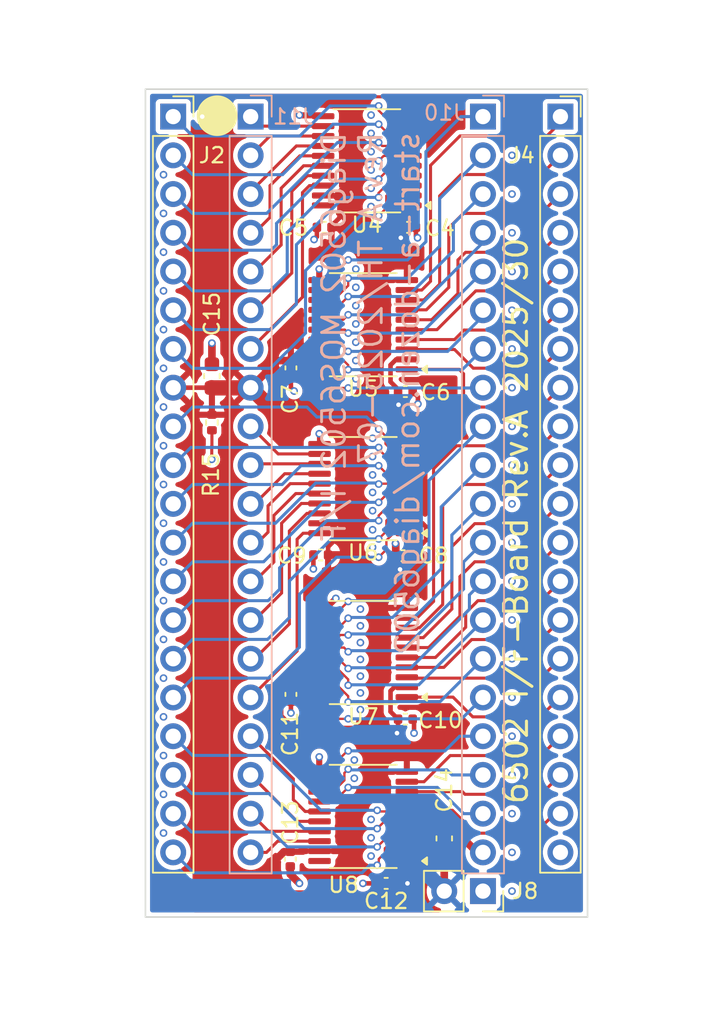
<source format=kicad_pcb>
(kicad_pcb (version 20241229) (generator "pcbnew") (generator_version "9.0")
  (layers (0 "F.Cu" signal) (4 "In1.Cu" signal) (6 "In2.Cu" signal) (2 "B.Cu" signal) (13 "F.Paste" user) (15 "B.Paste" user) (5 "F.SilkS" user "F.Silkscreen") (7 "B.SilkS" user "B.Silkscreen") (1 "F.Mask" user) (3 "B.Mask" user) (25 "Edge.Cuts" user))
  (net 0 "")
  (net 1 "/Level Shifters & CPU Interface/PIN_5")
  (net 2 "/Level Shifters & CPU Interface/PIN_17")
  (net 3 "/Level Shifters & CPU Interface/PIN_10")
  (net 4 "/Level Shifters & CPU Interface/PIN_37")
  (net 5 "/Level Shifters & CPU Interface/PIN_28")
  (net 6 "/Level Shifters & CPU Interface/PIN_16")
  (net 7 "/Level Shifters & CPU Interface/PIN_7")
  (net 8 "/Level Shifters & CPU Interface/PIN_26")
  (net 9 "/Level Shifters & CPU Interface/PIN_22")
  (net 10 "/Level Shifters & CPU Interface/PIN_18")
  (net 11 "/Level Shifters & CPU Interface/PIN_34")
  (net 12 "/Level Shifters & CPU Interface/PIN_38")
  (net 13 "/Level Shifters & CPU Interface/PIN_25")
  (net 14 "/Level Shifters & CPU Interface/PIN_15")
  (net 15 "/Level Shifters & CPU Interface/PIN_20")
  (net 16 "/Level Shifters & CPU Interface/PIN_31")
  (net 17 "/Level Shifters & CPU Interface/PIN_11")
  (net 18 "/Level Shifters & CPU Interface/PIN_27")
  (net 19 "/Level Shifters & CPU Interface/PIN_1")
  (net 20 "/Level Shifters & CPU Interface/PIN_3")
  (net 21 "/Level Shifters & CPU Interface/PIN_24")
  (net 22 "/Level Shifters & CPU Interface/PIN_12")
  (net 23 "/Level Shifters & CPU Interface/PIN_4")
  (net 24 "/Level Shifters & CPU Interface/PIN_39")
  (net 25 "/Level Shifters & CPU Interface/PIN_6")
  (net 26 "/Level Shifters & CPU Interface/PIN_32")
  (net 27 "/Level Shifters & CPU Interface/PIN_35")
  (net 28 "/Level Shifters & CPU Interface/PIN_40")
  (net 29 "/Level Shifters & CPU Interface/PIN_19")
  (net 30 "/Level Shifters & CPU Interface/PIN_2")
  (net 31 "/Level Shifters & CPU Interface/PIN_13")
  (net 32 "/Level Shifters & CPU Interface/PIN_33")
  (net 33 "/Level Shifters & CPU Interface/PIN_9")
  (net 34 "/Level Shifters & CPU Interface/PIN_29")
  (net 35 "/Level Shifters & CPU Interface/PIN_30")
  (net 36 "/Level Shifters & CPU Interface/PIN_14")
  (net 37 "/Level Shifters & CPU Interface/PIN_23")
  (net 38 "/Level Shifters & CPU Interface/PIN_36")
  (net 39 "/Level Shifters & CPU Interface/CPU_4")
  (net 40 "/Level Shifters & CPU Interface/CPU_14")
  (net 41 "/Level Shifters & CPU Interface/CPU_17")
  (net 42 "/Level Shifters & CPU Interface/CPU_19")
  (net 43 "/Level Shifters & CPU Interface/CPU_5")
  (net 44 "/Level Shifters & CPU Interface/CPU_12")
  (net 45 "/Level Shifters & CPU Interface/CPU_6")
  (net 46 "/Level Shifters & CPU Interface/CPU_18")
  (net 47 "/Level Shifters & CPU Interface/CPU_10")
  (net 48 "/Level Shifters & CPU Interface/CPU_13")
  (net 49 "/Level Shifters & CPU Interface/CPU_20")
  (net 50 "/Level Shifters & CPU Interface/CPU_1")
  (net 51 "/Level Shifters & CPU Interface/CPU_7")
  (net 52 "/Level Shifters & CPU Interface/CPU_9")
  (net 53 "/Level Shifters & CPU Interface/CPU_16")
  (net 54 "/Level Shifters & CPU Interface/CPU_3")
  (net 55 "/Level Shifters & CPU Interface/CPU_2")
  (net 56 "/Level Shifters & CPU Interface/CPU_11")
  (net 57 "/Level Shifters & CPU Interface/CPU_15")
  (net 58 "/Level Shifters & CPU Interface/CPU_35")
  (net 59 "/Level Shifters & CPU Interface/CPU_36")
  (net 60 "/Level Shifters & CPU Interface/CPU_34")
  (net 61 "/Level Shifters & CPU Interface/CPU_22")
  (net 62 "/Level Shifters & CPU Interface/CPU_25")
  (net 63 "/Level Shifters & CPU Interface/CPU_32")
  (net 64 "/Level Shifters & CPU Interface/CPU_27")
  (net 65 "/Level Shifters & CPU Interface/CPU_31")
  (net 66 "/Level Shifters & CPU Interface/CPU_37")
  (net 67 "/Level Shifters & CPU Interface/CPU_38")
  (net 68 "/Level Shifters & CPU Interface/CPU_33")
  (net 69 "/Level Shifters & CPU Interface/CPU_39")
  (net 70 "/Level Shifters & CPU Interface/CPU_40")
  (net 71 "/Level Shifters & CPU Interface/CPU_24")
  (net 72 "/Level Shifters & CPU Interface/CPU_30")
  (net 73 "/Level Shifters & CPU Interface/CPU_29")
  (net 74 "/Level Shifters & CPU Interface/CPU_23")
  (net 75 "/Level Shifters & CPU Interface/CPU_28")
  (net 76 "/Level Shifters & CPU Interface/CPU_26")
  (net 77 "/Level Shifters & CPU Interface/GND_I")
  (net 78 "/Level Shifters & CPU Interface/+3V3_I")
  (net 79 "/Level Shifters & CPU Interface/+5V_I")
  (footprint "Capacitor_SMD:C_0402_1005Metric" (layer "F.Cu") (at 145.726 29.0644 180)
    (property "Reference" "C5")
    (property "Value" "0.1u")
  )
  (footprint "Capacitor_SMD:C_0402_1005Metric" (layer "F.Cu") (at 143.5416 38.2825 -90)
    (property "Reference" "C7")
    (property "Value" "0.1u")
  )
  (footprint "Fiducial:Fiducial_1mm_Mask2mm" (layer "F.Cu") (at 161.22 72.6)
    (property "Reference" "FID3" (hide yes))
    (property "Value" "Fiducial_1mm_Mask2mm")
  )
  (footprint "Connector_PinSocket_2.54mm:PinSocket_1x02_P2.54mm_Vertical" (layer "F.Cu") (at 156.14 72.6 -90)
    (property "Reference" "J8")
    (property "Value" "Conn_01x02_PinSocket")
  )
  (footprint "Connector_PinSocket_2.54mm:PinSocket_1x20_P2.54mm_Vertical" (layer "F.Cu") (at 161.22 21.8)
    (property "Reference" "J4")
    (property "Value" "Conn_01x20_PinSocket")
  )
  (footprint "Capacitor_SMD:C_0402_1005Metric" (layer "F.Cu") (at 151.05 39.834)
    (property "Reference" "C6")
    (property "Value" "0.1u")
  )
  (footprint "Connector_PinSocket_2.54mm:PinSocket_1x20_P2.54mm_Vertical" (layer "F.Cu") (at 135.82 21.8)
    (property "Reference" "J2")
    (property "Value" "Conn_01x20_PinSocket")
  )
  (footprint "Package_SO:TSSOP-20_4.4x6.5mm_P0.65mm" (layer "F.Cu") (at 148.52 24.7 180)
    (property "Reference" "U4")
    (property "Value" "TXS0108EPWR")
  )
  (footprint "Package_SO:TSSOP-20_4.4x6.5mm_P0.65mm" (layer "F.Cu") (at 148.2825 35.45 180)
    (property "Reference" "U5")
    (property "Value" "TXS0108EPWR")
  )
  (footprint "Capacitor_SMD:C_0603_1608Metric" (layer "F.Cu") (at 153.6 69.1445 90)
    (property "Reference" "C14")
    (property "Value" "10u")
  )
  (footprint "Fiducial:Fiducial_1mm_Mask2mm" (layer "F.Cu") (at 158.68 21.8)
    (property "Reference" "FID1" (hide yes))
    (property "Value" "Fiducial_1mm_Mask2mm")
  )
  (footprint "Resistor_SMD:R_0402_1005Metric" (layer "F.Cu") (at 138.36 41.864 -90)
    (property "Reference" "R15")
    (property "Value" "10k")
  )
  (footprint "Package_SO:TSSOP-20_4.4x6.5mm_P0.65mm" (layer "F.Cu") (at 148.2825 56.95 180)
    (property "Reference" "U7")
    (property "Value" "TXS0108EPWR")
  )
  (footprint "Capacitor_SMD:C_0402_1005Metric" (layer "F.Cu") (at 150.9 50.6 180)
    (property "Reference" "C8")
    (property "Value" "0.1u")
  )
  (footprint "Capacitor_SMD:C_0402_1005Metric" (layer "F.Cu") (at 151.05 61.3224)
    (property "Reference" "C10")
    (property "Value" "0.1u")
  )
  (footprint "Capacitor_SMD:C_0402_1005Metric" (layer "F.Cu") (at 143.5 70.5 -90)
    (property "Reference" "C13")
    (property "Value" "0.1u")
  )
  (footprint "Package_SO:TSSOP-20_4.4x6.5mm_P0.65mm" (layer "F.Cu") (at 148.2825 46.2 180)
    (property "Reference" "U6")
    (property "Value" "TXS0108EPWR")
  )
  (footprint "Capacitor_SMD:C_0603_1608Metric" (layer "F.Cu") (at 138.36 38.818 90)
    (property "Reference" "C15")
    (property "Value" "10u")
  )
  (footprint "Fiducial:Fiducial_1mm_Mask2mm" (layer "F.Cu") (at 135.82 72.6)
    (property "Reference" "FID2" (hide yes))
    (property "Value" "Fiducial_1mm_Mask2mm")
  )
  (footprint "PCM_kikit:Board" (layer "F.Cu") (at 134 20)
    (property "Reference" "B1")
    (property "Value" "Board")
  )
  (footprint "Capacitor_SMD:C_0402_1005Metric" (layer "F.Cu") (at 145.5 50.5528 180)
    (property "Reference" "C9")
    (property "Value" "0.1u")
  )
  (footprint "Package_SO:TSSOP-20_4.4x6.5mm_P0.65mm" (layer "F.Cu") (at 148.2825 67.7 180)
    (property "Reference" "U8")
    (property "Value" "TXS0108EPWR")
  )
  (footprint "Capacitor_SMD:C_0402_1005Metric" (layer "F.Cu") (at 149.79 72.092 180)
    (property "Reference" "C12")
    (property "Value" "0.1u")
  )
  (footprint "Capacitor_SMD:C_0402_1005Metric" (layer "F.Cu") (at 143.5416 59.6968 -90)
    (property "Reference" "C11")
    (property "Value" "0.1u")
  )
  (footprint "Capacitor_SMD:C_0402_1005Metric" (layer "F.Cu") (at 151.2632 29.0644)
    (property "Reference" "C4")
    (property "Value" "0.1u")
  )
  (footprint "Connector_PinHeader_2.54mm:PinHeader_1x20_P2.54mm_Vertical" (layer "B.Cu") (at 140.9 21.8 180)
    (property "Reference" "J11")
    (property "Value" "Conn_01x20_PinHeader")
  )
  (footprint "Connector_PinHeader_2.54mm:PinHeader_1x20_P2.54mm_Vertical" (layer "B.Cu") (at 156.14 21.8 180)
    (property "Reference" "J10")
    (property "Value" "Conn_01x20_PinHeader")
  )
  (gr_circle (center 138.7 21.74) (end 139.5 22.74) (stroke (width 0.1)) (fill yes) (layer "F.SilkS"))
  (gr_line (start 163 74.3) (end 134 74.3) (stroke (width 0.1)) (layer "Edge.Cuts"))
  (gr_line (start 134 20) (end 163 20) (stroke (width 0.1)) (layer "Edge.Cuts"))
  (gr_line (start 134 74.3) (end 134 20) (stroke (width 0.1)) (layer "Edge.Cuts"))
  (gr_line (start 163 20) (end 163 74.3) (stroke (width 0.1)) (layer "Edge.Cuts"))
  (gr_text "6502 I/F-Board Rev.A 2025/30" (at 159.188 67.012 90) (layer "F.SilkS") (effects (font (size 1.5 1.5) (thickness 0.2)) (justify left bottom)))
  (gr_text "Diag6502 MOS6502 I/F\nRev.A TH/2025-07\nstart-a-dozen.com/diag6502" (at 152.076 22.689 90) (layer "B.SilkS") (effects (font (size 1.5 1.5) (thickness 0.1875)) (justify left bottom mirror)))
  (segment (start 145.6575 25.025) (end 144.375 25.025) (width 0.2) (layer "F.Cu") (net 1))
  (segment (start 142.9 26.5) (end 142.9 30.218766) (width 0.2) (layer "F.Cu") (net 1))
  (segment (start 142.9 30.218766) (end 141.158766 31.96) (width 0.2) (layer "F.Cu") (net 1))
  (segment (start 144.375 25.025) (end 142.9 26.5) (width 0.2) (layer "F.Cu") (net 1))
  (segment (start 145.42 67.375) (end 144.475 67.375) (width 0.2) (layer "F.Cu") (net 2))
  (segment (start 144.475 67.375) (end 143.7 66.6) (width 0.2) (layer "F.Cu") (net 2))
  (segment (start 143.7 66.6) (end 143.7 65.24) (width 0.2) (layer "F.Cu") (net 2))
  (segment (start 143.7 65.24) (end 140.9 62.44) (width 0.2) (layer "F.Cu") (net 2))
  (segment (start 145.42 44.575) (end 140.985 44.575) (width 0.2) (layer "F.Cu") (net 3))
  (segment (start 146.975 35.125) (end 147.3 34.8) (width 0.15) (layer "F.Cu") (net 4))
  (segment (start 145.42 35.125) (end 146.975 35.125) (width 0.15) (layer "F.Cu") (net 4))
  (via (at 147.3 34.8) (size 0.5) (drill 0.3) (layers "F.Cu" "B.Cu") (net 4))
  (segment (start 151.4 34.8) (end 147.3 34.8) (width 0.2) (layer "B.Cu") (net 4))
  (segment (start 156.14 30.06) (end 151.4 34.8) (width 0.2) (layer "B.Cu") (net 4))
  (segment (start 147.25 57.95) (end 146.575 57.275) (width 0.15) (layer "F.Cu") (net 5))
  (segment (start 147.3 57.95) (end 147.25 57.95) (width 0.15) (layer "F.Cu") (net 5))
  (segment (start 146.575 57.275) (end 145.42 57.275) (width 0.15) (layer "F.Cu") (net 5))
  (via (at 147.3 58) (size 0.5) (drill 0.3) (layers "F.Cu" "B.Cu") (net 5))
  (segment (start 147.3 57.95) (end 151.420116 57.95) (width 0.2) (layer "B.Cu") (net 5))
  (segment (start 155.251 53.169) (end 156.14 52.28) (width 0.2) (layer "B.Cu") (net 5))
  (segment (start 155.251 54.119116) (end 155.251 53.169) (width 0.2) (layer "B.Cu") (net 5))
  (segment (start 151.420116 57.95) (end 155.251 54.119116) (width 0.2) (layer "B.Cu") (net 5))
  (segment (start 143.948 49.521) (end 143.948 56.852) (width 0.2) (layer "F.Cu") (net 6))
  (segment (start 144.344 49.125) (end 143.948 49.521) (width 0.2) (layer "F.Cu") (net 6))
  (segment (start 143.948 56.852) (end 140.9 59.9) (width 0.2) (layer "F.Cu") (net 6))
  (segment (start 145.42 49.125) (end 144.344 49.125) (width 0.2) (layer "F.Cu") (net 6))
  (segment (start 145.6575 26.325) (end 144.757 26.325) (width 0.2) (layer "F.Cu") (net 7))
  (segment (start 144.757 26.325) (end 144.3 26.782) (width 0.2) (layer "F.Cu") (net 7))
  (segment (start 144.3 33.64) (end 140.9 37.04) (width 0.2) (layer "F.Cu") (net 7))
  (segment (start 144.3 26.782) (end 144.3 33.64) (width 0.2) (layer "F.Cu") (net 7))
  (segment (start 146.059407 58.575) (end 147.3 59.815593) (width 0.15) (layer "F.Cu") (net 8))
  (segment (start 147.3 59.815593) (end 147.3 60.2) (width 0.15) (layer "F.Cu") (net 8))
  (via (at 147.3 60.2) (size 0.5) (drill 0.3) (layers "F.Cu" "B.Cu") (net 8))
  (segment (start 147.331 60.169) (end 147.3 60.2) (width 0.2) (layer "B.Cu") (net 8))
  (segment (start 156.14 57.36) (end 153.331 60.169) (width 0.2) (layer "B.Cu") (net 8))
  (segment (start 153.331 60.169) (end 147.331 60.169) (width 0.2) (layer "B.Cu") (net 8))
  (segment (start 146.375 66.725) (end 145.42 66.725) (width 0.15) (layer "F.Cu") (net 9))
  (segment (start 147.3 65.8) (end 146.375 66.725) (width 0.15) (layer "F.Cu") (net 9))
  (via (at 147.3 65.8) (size 0.5) (drill 0.3) (layers "F.Cu" "B.Cu") (net 9))
  (segment (start 154.87 67.52) (end 156.14 67.52) (width 0.2) (layer "B.Cu") (net 9))
  (segment (start 153.15 65.8) (end 154.87 67.52) (width 0.2) (layer "B.Cu") (net 9))
  (segment (start 147.3 65.8) (end 153.15 65.8) (width 0.2) (layer "B.Cu") (net 9))
  (segment (start 143.945 68.025) (end 140.9 64.98) (width 0.2) (layer "F.Cu") (net 10))
  (segment (start 145.42 68.025) (end 143.945 68.025) (width 0.2) (layer "F.Cu") (net 10))
  (segment (start 147.3 38.1) (end 147.3 38.4) (width 0.15) (layer "F.Cu") (net 11))
  (segment (start 146.275 37.075) (end 147.3 38.1) (width 0.15) (layer "F.Cu") (net 11))
  (segment (start 145.42 37.075) (end 146.275 37.075) (width 0.15) (layer "F.Cu") (net 11))
  (via (at 147.3 38.4) (size 0.5) (drill 0.3) (layers "F.Cu" "B.Cu") (net 11))
  (segment (start 154.78 38.4) (end 147.3 38.4) (width 0.2) (layer "B.Cu") (net 11))
  (segment (start 156.14 37.04) (end 154.78 38.4) (width 0.2) (layer "B.Cu") (net 11))
  (segment (start 146.425 34.475) (end 147.3 33.6) (width 0.15) (layer "F.Cu") (net 12))
  (segment (start 145.42 34.475) (end 146.425 34.475) (width 0.15) (layer "F.Cu") (net 12))
  (via (at 147.3 33.6) (size 0.5) (drill 0.3) (layers "F.Cu" "B.Cu") (net 12))
  (segment (start 154.2 28.82) (end 156.14 26.88) (width 0.2) (layer "B.Cu") (net 12))
  (segment (start 151.2 33.6) (end 147.3 33.6) (width 0.2) (layer "B.Cu") (net 12))
  (segment (start 151.2 33.6) (end 154.2 30.6) (width 0.2) (layer "B.Cu") (net 12))
  (segment (start 154.2 30.6) (end 154.2 28.82) (width 0.2) (layer "B.Cu") (net 12))
  (segment (start 145.42 60.52) (end 146.2 61.3) (width 0.15) (layer "F.Cu") (net 13))
  (segment (start 146.2 61.3) (end 147.3 61.3) (width 0.15) (layer "F.Cu") (net 13))
  (segment (start 145.42 59.875) (end 145.42 60.52) (width 0.15) (layer "F.Cu") (net 13))
  (via (at 147.3 61.3) (size 0.5) (drill 0.3) (layers "F.Cu" "B.Cu") (net 13))
  (segment (start 147.1 61.3) (end 154.74 61.3) (width 0.2) (layer "B.Cu") (net 13))
  (segment (start 154.74 61.3) (end 156.14 59.9) (width 0.2) (layer "B.Cu") (net 13))
  (segment (start 143.44 55.078765) (end 141.158765 57.36) (width 0.2) (layer "F.Cu") (net 14))
  (segment (start 143.44 48.978) (end 143.44 55.078765) (width 0.2) (layer "F.Cu") (net 14))
  (segment (start 144.593 47.825) (end 143.44 48.978) (width 0.2) (layer "F.Cu") (net 14))
  (segment (start 145.42 47.825) (end 144.593 47.825) (width 0.2) (layer "F.Cu") (net 14))
  (segment (start 142.675 69.325) (end 141.94 70.06) (width 0.2) (layer "F.Cu") (net 15))
  (segment (start 145.42 69.325) (end 142.675 69.325) (width 0.2) (layer "F.Cu") (net 15))
  (segment (start 141.94 70.06) (end 140.9 70.06) (width 0.2) (layer "F.Cu") (net 15))
  (segment (start 146.675 55.325) (end 147.3 54.7) (width 0.15) (layer "F.Cu") (net 16))
  (segment (start 145.42 55.325) (end 146.675 55.325) (width 0.15) (layer "F.Cu") (net 16))
  (via (at 147.3 54.7) (size 0.5) (drill 0.3) (layers "F.Cu" "B.Cu") (net 16))
  (segment (start 150.214 54.65) (end 147.35 54.65) (width 0.2) (layer "B.Cu") (net 16))
  (segment (start 153.4 47.4) (end 153.4 51.464) (width 0.2) (layer "B.Cu") (net 16))
  (segment (start 153.4 51.464) (end 150.214 54.65) (width 0.2) (layer "B.Cu") (net 16))
  (segment (start 156.14 44.66) (end 153.4 47.4) (width 0.2) (layer "B.Cu") (net 16))
  (segment (start 143.133765 45.225) (end 141.158765 47.2) (width 0.2) (layer "F.Cu") (net 17))
  (segment (start 145.42 45.225) (end 143.133765 45.225) (width 0.2) (layer "F.Cu") (net 17))
  (segment (start 146.509407 57.925) (end 147.3 58.715593) (width 0.15) (layer "F.Cu") (net 18))
  (segment (start 145.42 57.925) (end 146.509407 57.925) (width 0.15) (layer "F.Cu") (net 18))
  (segment (start 147.3 58.715593) (end 147.3 59.1) (width 0.15) (layer "F.Cu") (net 18))
  (via (at 147.3 59.1) (size 0.5) (drill 0.3) (layers "F.Cu" "B.Cu") (net 18))
  (segment (start 151.931 59.069) (end 156.14 54.86) (width 0.2) (layer "B.Cu") (net 18))
  (segment (start 147.3 59.1) (end 147.331 59.069) (width 0.2) (layer "B.Cu") (net 18))
  (segment (start 147.331 59.069) (end 151.931 59.069) (width 0.2) (layer "B.Cu") (net 18))
  (segment (start 145.6575 22.425) (end 141.545 22.425) (width 0.2) (layer "F.Cu") (net 19))
  (segment (start 145.6575 23.725) (end 143.9 23.725) (width 0.2) (layer "F.Cu") (net 20))
  (segment (start 143.9 23.725) (end 140.9 26.725) (width 0.2) (layer "F.Cu") (net 20))
  (segment (start 146.275 65.425) (end 146.049086 65.425) (width 0.15) (layer "F.Cu") (net 21))
  (segment (start 146.65 64) (end 146.65 65.05) (width 0.15) (layer "F.Cu") (net 21))
  (segment (start 146.65 65.05) (end 146.275 65.425) (width 0.15) (layer "F.Cu") (net 21))
  (segment (start 147.3 63.35) (end 146.65 64) (width 0.15) (layer "F.Cu") (net 21))
  (via (at 147.3 63.4) (size 0.5) (drill 0.3) (layers "F.Cu" "B.Cu") (net 21))
  (segment (start 147.35 63.4) (end 153.65 63.4) (width 0.2) (layer "B.Cu") (net 21))
  (segment (start 153.65 63.4) (end 154.61 62.44) (width 0.2) (layer "B.Cu") (net 21))
  (segment (start 154.61 62.44) (end 156.14 62.44) (width 0.2) (layer "B.Cu") (net 21))
  (segment (start 143.495 45.875) (end 142.042001 47.327999) (width 0.2) (layer "F.Cu") (net 22))
  (segment (start 145.42 45.875) (end 143.495 45.875) (width 0.2) (layer "F.Cu") (net 22))
  (segment (start 142.042001 47.327999) (end 142.042001 49.056982) (width 0.2) (layer "F.Cu") (net 22))
  (segment (start 142.042001 49.056982) (end 141.358982 49.74) (width 0.2) (layer "F.Cu") (net 22))
  (segment (start 144.125 24.375) (end 142.17 26.33) (width 0.2) (layer "F.Cu") (net 23))
  (segment (start 142.17 26.33) (end 142.17 28.408765) (width 0.2) (layer "F.Cu") (net 23))
  (segment (start 145.6575 24.375) (end 144.125 24.375) (width 0.2) (layer "F.Cu") (net 23))
  (segment (start 142.17 28.408765) (end 141.158765 29.42) (width 0.2) (layer "F.Cu") (net 23))
  (segment (start 146.359407 33.825) (end 147.3 32.884407) (width 0.15) (layer "F.Cu") (net 24))
  (segment (start 145.42 33.825) (end 146.359407 33.825) (width 0.15) (layer "F.Cu") (net 24))
  (segment (start 147.3 32.884407) (end 147.3 32.4) (width 0.15) (layer "F.Cu") (net 24))
  (via (at 147.3 32.4) (size 0.5) (drill 0.3) (layers "F.Cu" "B.Cu") (net 24))
  (segment (start 153.3 30.3) (end 153.3 27.18) (width 0.2) (layer "B.Cu") (net 24))
  (segment (start 151.2 32.4) (end 153.3 30.3) (width 0.2) (layer "B.Cu") (net 24))
  (segment (start 151.2 32.4) (end 147.3 32.4) (width 0.2) (layer "B.Cu") (net 24))
  (segment (start 153.3 27.18) (end 156.14 24.34) (width 0.2) (layer "B.Cu") (net 24))
  (segment (start 144.625 25.675) (end 143.6 26.7) (width 0.2) (layer "F.Cu") (net 25))
  (segment (start 143.6 26.7) (end 143.6 32.058765) (width 0.2) (layer "F.Cu") (net 25))
  (segment (start 143.6 32.058765) (end 141.158765 34.5) (width 0.2) (layer "F.Cu") (net 25))
  (segment (start 145.6575 25.675) (end 144.625 25.675) (width 0.2) (layer "F.Cu") (net 25))
  (segment (start 145.42 54.675) (end 146.225 54.675) (width 0.15) (layer "F.Cu") (net 26))
  (segment (start 146.225 54.675) (end 147.3 53.6) (width 0.15) (layer "F.Cu") (net 26))
  (via (at 147.3 53.6) (size 0.5) (drill 0.3) (layers "F.Cu" "B.Cu") (net 26))
  (segment (start 149.905948 53.55) (end 147.35 53.55) (width 0.2) (layer "B.Cu") (net 26))
  (segment (start 152.6 50.855948) (end 149.905948 53.55) (width 0.2) (layer "B.Cu") (net 26))
  (segment (start 147.35 53.55) (end 147.3 53.6) (width 0.2) (layer "B.Cu") (net 26))
  (segment (start 152.6 45.66) (end 152.6 50.855948) (width 0.2) (layer "B.Cu") (net 26))
  (segment (start 156.14 42.12) (end 152.6 45.66) (width 0.2) (layer "B.Cu") (net 26))
  (segment (start 145.42 36.425) (end 146.525 36.425) (width 0.15) (layer "F.Cu") (net 27))
  (segment (start 146.525 36.425) (end 147.3 37.2) (width 0.15) (layer "F.Cu") (net 27))
  (via (at 147.3 37.2) (size 0.5) (drill 0.3) (layers "F.Cu" "B.Cu") (net 27))
  (segment (start 156.14 34.881) (end 153.821 37.2) (width 0.2) (layer "B.Cu") (net 27))
  (segment (start 153.821 37.2) (end 147.3 37.2) (width 0.2) (layer "B.Cu") (net 27))
  (segment (start 146.325 33.175) (end 146.7 32.8) (width 0.15) (layer "F.Cu") (net 28))
  (segment (start 146.7 31.8) (end 147.3 31.2) (width 0.15) (layer "F.Cu") (net 28))
  (segment (start 146.7 32.8) (end 146.7 31.8) (width 0.15) (layer "F.Cu") (net 28))
  (segment (start 145.42 33.175) (end 146.325 33.175) (width 0.15) (layer "F.Cu") (net 28))
  (via (at 147.3 31.2) (size 0.5) (drill 0.3) (layers "F.Cu" "B.Cu") (net 28))
  (segment (start 154.7 21.8) (end 156.14 21.8) (width 0.2) (layer "B.Cu") (net 28))
  (segment (start 152.4 30) (end 152.4 24.1) (width 0.2) (layer "B.Cu") (net 28))
  (segment (start 151.2 31.2) (end 152.4 30) (width 0.2) (layer "B.Cu") (net 28))
  (segment (start 147.3 31.2) (end 151.2 31.2) (width 0.2) (layer "B.Cu") (net 28))
  (segment (start 152.4 24.1) (end 154.7 21.8) (width 0.2) (layer "B.Cu") (net 28))
  (segment (start 145.42 68.675) (end 142.075 68.675) (width 0.2) (layer "F.Cu") (net 29))
  (segment (start 142.075 68.675) (end 140.92 67.52) (width 0.2) (layer "F.Cu") (net 29))
  (segment (start 145.6575 23.075) (end 142.165 23.075) (width 0.2) (layer "F.Cu") (net 30))
  (segment (start 142.165 23.075) (end 140.9 24.34) (width 0.2) (layer "F.Cu") (net 30))
  (segment (start 142.423001 51.015764) (end 141.158765 52.28) (width 0.2) (layer "F.Cu") (net 31))
  (segment (start 145.42 46.525) (end 143.861 46.525) (width 0.2) (layer "F.Cu") (net 31))
  (segment (start 142.423001 47.962999) (end 142.423001 51.015764) (width 0.2) (layer "F.Cu") (net 31))
  (segment (start 143.861 46.525) (end 142.423001 47.962999) (width 0.2) (layer "F.Cu") (net 31))
  (segment (start 145.42 38.87) (end 146.15 39.6) (width 0.15) (layer "F.Cu") (net 32))
  (segment (start 146.15 39.6) (end 147.3 39.6) (width 0.15) (layer "F.Cu") (net 32))
  (segment (start 145.42 38.375) (end 145.42 38.87) (width 0.15) (layer "F.Cu") (net 32))
  (via (at 147.3 39.6) (size 0.5) (drill 0.3) (layers "F.Cu" "B.Cu") (net 32))
  (segment (start 156.12 39.6) (end 147.3 39.6) (width 0.2) (layer "B.Cu") (net 32))
  (segment (start 142.705 43.925) (end 140.9 42.12) (width 0.2) (layer "F.Cu") (net 33))
  (segment (start 145.42 43.925) (end 142.705 43.925) (width 0.2) (layer "F.Cu") (net 33))
  (segment (start 145.42 56.625) (end 147.025 56.625) (width 0.15) (layer "F.Cu") (net 34))
  (segment (start 147.025 56.625) (end 147.3 56.9) (width 0.15) (layer "F.Cu") (net 34))
  (via (at 147.3 56.9) (size 0.5) (drill 0.3) (layers "F.Cu" "B.Cu") (net 34))
  (segment (start 154.868 52.79) (end 154.868 51.012) (width 0.2) (layer "B.Cu") (net 34))
  (segment (start 154.868 51.012) (end 156.14 49.74) (width 0.2) (layer "B.Cu") (net 34))
  (segment (start 147.331 56.831) (end 150.827 56.831) (width 0.2) (layer "B.Cu") (net 34))
  (segment (start 150.827 56.831) (end 154.868 52.79) (width 0.2) (layer "B.Cu") (net 34))
  (segment (start 146.7875 55.8) (end 147.3 55.8) (width 0.15) (layer "F.Cu") (net 35))
  (segment (start 145.42 55.975) (end 146.6125 55.975) (width 0.15) (layer "F.Cu") (net 35))
  (segment (start 146.6125 55.975) (end 146.7875 55.8) (width 0.15) (layer "F.Cu") (net 35))
  (via (at 147.3 55.8) (size 0.5) (drill 0.3) (layers "F.Cu" "B.Cu") (net 35))
  (segment (start 154.1 49.24) (end 154.1 52.174803) (width 0.2) (layer "B.Cu") (net 35))
  (segment (start 156.14 47.2) (end 154.1 49.24) (width 0.2) (layer "B.Cu") (net 35))
  (segment (start 150.543803 55.731) (end 147.369 55.731) (width 0.2) (layer "B.Cu") (net 35))
  (segment (start 147.369 55.731) (end 147.3 55.8) (width 0.2) (layer "B.Cu") (net 35))
  (segment (start 154.1 52.174803) (end 150.543803 55.731) (width 0.2) (layer "B.Cu") (net 35))
  (segment (start 142.932 53.046765) (end 141.158765 54.82) (width 0.2) (layer "F.Cu") (net 36))
  (segment (start 144.227 47.175) (end 142.932 48.47) (width 0.2) (layer "F.Cu") (net 36))
  (segment (start 142.932 48.47) (end 142.932 53.046765) (width 0.2) (layer "F.Cu") (net 36))
  (segment (start 145.42 47.175) (end 144.227 47.175) (width 0.2) (layer "F.Cu") (net 36))
  (segment (start 147.3 64.6) (end 147.05 64.85) (width 0.15) (layer "F.Cu") (net 37))
  (segment (start 147.05 64.85) (end 147.05 65.334407) (width 0.15) (layer "F.Cu") (net 37))
  (segment (start 147.05 65.334407) (end 146.309407 66.075) (width 0.15) (layer "F.Cu") (net 37))
  (segment (start 146.309407 66.075) (end 145.42 66.075) (width 0.15) (layer "F.Cu") (net 37))
  (via (at 147.3 64.6) (size 0.5) (drill 0.3) (layers "F.Cu" "B.Cu") (net 37))
  (segment (start 153.778 64.65) (end 154.108 64.98) (width 0.2) (layer "B.Cu") (net 37))
  (segment (start 147.3 64.6) (end 147.35 64.65) (width 0.2) (layer "B.Cu") (net 37))
  (segment (start 154.108 64.98) (end 156.14 64.98) (width 0.2) (layer "B.Cu") (net 37))
  (segment (start 147.35 64.65) (end 153.778 64.65) (width 0.2) (layer "B.Cu") (net 37))
  (segment (start 145.42 35.775) (end 147.075 35.775) (width 0.15) (layer "F.Cu") (net 38))
  (segment (start 147.075 35.775) (end 147.3 36) (width 0.15) (layer "F.Cu") (net 38))
  (via (at 147.3 36) (size 0.5) (drill 0.3) (layers "F.Cu" "B.Cu") (net 38))
  (segment (start 156.14 31.96) (end 152.1 36) (width 0.2) (layer "B.Cu") (net 38))
  (segment (start 152.1 36) (end 147.3 36) (width 0.2) (layer "B.Cu") (net 38))
  (segment (start 151.3825 24.375) (end 149.625 24.375) (width 0.15) (layer "F.Cu") (net 39))
  (segment (start 149.625 24.375) (end 149.3 24.7) (width 0.15) (layer "F.Cu") (net 39))
  (via (at 149.3 24.7) (size 0.5) (drill 0.3) (layers "F.Cu" "B.Cu") (net 39))
  (segment (start 142.6 28.8) (end 146.7 24.7) (width 0.2) (layer "B.Cu") (net 39))
  (segment (start 135.82 29.42) (end 136.963 30.563) (width 0.2) (layer "B.Cu") (net 39))
  (segment (start 136.963 30.563) (end 142.237 30.563) (width 0.2) (layer "B.Cu") (net 39))
  (segment (start 146.7 24.7) (end 149.3 24.7) (width 0.2) (layer "B.Cu") (net 39))
  (segment (start 142.6 30.2) (end 142.6 28.8) (width 0.2) (layer "B.Cu") (net 39))
  (segment (start 142.237 30.563) (end 142.6 30.2) (width 0.2) (layer "B.Cu") (net 39))
  (segment (start 150.090593 47.175) (end 149.3 47.965593) (width 0.15) (layer "F.Cu") (net 40))
  (segment (start 149.3 47.965593) (end 149.3 48.3) (width 0.15) (layer "F.Cu") (net 40))
  (segment (start 151.145 47.175) (end 150.090593 47.175) (width 0.15) (layer "F.Cu") (net 40))
  (via (at 149.3 48.3) (size 0.5) (drill 0.3) (layers "F.Cu" "B.Cu") (net 40))
  (segment (start 142.8 52.8) (end 142.8 51.4) (width 0.2) (layer "B.Cu") (net 40))
  (segment (start 142.8 51.4) (end 145.9 48.3) (width 0.2) (layer "B.Cu") (net 40))
  (segment (start 145.9 48.3) (end 149.3 48.3) (width 0.2) (layer "B.Cu") (net 40))
  (segment (start 135.82 54.82) (end 137.09 53.55) (width 0.2) (layer "B.Cu") (net 40))
  (segment (start 142.05 53.55) (end 142.8 52.8) (width 0.2) (layer "B.Cu") (net 40))
  (segment (start 137.09 53.55) (end 142.05 53.55) (width 0.2) (layer "B.Cu") (net 40))
  (segment (start 149.275 67.375) (end 149.2 67.3) (width 0.15) (layer "F.Cu") (net 41))
  (segment (start 151.145 67.375) (end 149.275 67.375) (width 0.15) (layer "F.Cu") (net 41))
  (via (at 149.2 67.3) (size 0.5) (drill 0.3) (layers "F.Cu" "B.Cu") (net 41))
  (segment (start 141.906 63.7) (end 137.08 63.7) (width 0.2) (layer "B.Cu") (net 41))
  (segment (start 149.161 67.3) (end 145.506 67.3) (width 0.2) (layer "B.Cu") (net 41))
  (segment (start 145.506 67.3) (end 141.906 63.7) (width 0.2) (layer "B.Cu") (net 41))
  (segment (start 137.08 63.7) (end 135.82 62.44) (width 0.2) (layer "B.Cu") (net 41))
  (segment (start 150.225 68.675) (end 149.2 69.7) (width 0.15) (layer "F.Cu") (net 42))
  (segment (start 151.145 68.675) (end 150.225 68.675) (width 0.15) (layer "F.Cu") (net 42))
  (via (at 149.2 69.7) (size 0.5) (drill 0.3) (layers "F.Cu" "B.Cu") (net 42))
  (segment (start 149.2 69.7) (end 143.3 69.7) (width 0.2) (layer "B.Cu") (net 42))
  (segment (start 137.0255 68.7255) (end 135.82 67.52) (width 0.2) (layer "B.Cu") (net 42))
  (segment (start 143.3 69.7) (end 142.3255 68.7255) (width 0.2) (layer "B.Cu") (net 42))
  (segment (start 142.3255 68.7255) (end 137.0255 68.7255) (width 0.2) (layer "B.Cu") (net 42))
  (segment (start 150.175 25.025) (end 149.3 25.9) (width 0.15) (layer "F.Cu") (net 43))
  (segment (start 151.3825 25.025) (end 150.175 25.025) (width 0.15) (layer "F.Cu") (net 43))
  (via (at 149.3 25.9) (size 0.5) (drill 0.3) (layers "F.Cu" "B.Cu") (net 43))
  (segment (start 135.82 31.96) (end 137.09 33.23) (width 0.2) (layer "B.Cu") (net 43))
  (segment (start 143.3 29.4) (end 146.8 25.9) (width 0.2) (layer "B.Cu") (net 43))
  (segment (start 142.17 33.23) (end 143.3 32.1) (width 0.2) (layer "B.Cu") (net 43))
  (segment (start 143.3 32.1) (end 143.3 29.4) (width 0.2) (layer "B.Cu") (net 43))
  (segment (start 137.09 33.23) (end 142.17 33.23) (width 0.2) (layer "B.Cu") (net 43))
  (segment (start 146.8 25.9) (end 149.3 25.9) (width 0.2) (layer "B.Cu") (net 43))
  (segment (start 149.325 45.875) (end 149.3 45.9) (width 0.15) (layer "F.Cu") (net 44))
  (segment (start 151.145 45.875) (end 149.325 45.875) (width 0.15) (layer "F.Cu") (net 44))
  (via (at 149.3 45.9) (size 0.5) (drill 0.3) (layers "F.Cu" "B.Cu") (net 44))
  (segment (start 145.169 45.831) (end 149.231 45.831) (width 0.2) (layer "B.Cu") (net 44))
  (segment (start 142.53 48.47) (end 145.169 45.831) (width 0.2) (layer "B.Cu") (net 44))
  (segment (start 149.231 45.831) (end 149.3 45.9) (width 0.2) (layer "B.Cu") (net 44))
  (segment (start 135.82 49.74) (end 137.09 48.47) (width 0.2) (layer "B.Cu") (net 44))
  (segment (start 137.09 48.47) (end 142.53 48.47) (width 0.2) (layer "B.Cu") (net 44))
  (segment (start 151.3825 25.675) (end 150.425 25.675) (width 0.15) (layer "F.Cu") (net 45))
  (segment (start 149.289297 26.810703) (end 149.289297 27.1) (width 0.15) (layer "F.Cu") (net 45))
  (segment (start 150.425 25.675) (end 149.289297 26.810703) (width 0.15) (layer "F.Cu") (net 45))
  (via (at 149.289297 27.1) (size 0.5) (drill 0.3) (layers "F.Cu" "B.Cu") (net 45))
  (segment (start 142.23 35.77) (end 143.9 34.1) (width 0.2) (layer "B.Cu") (net 45))
  (segment (start 135.82 34.5) (end 137.09 35.77) (width 0.2) (layer "B.Cu") (net 45))
  (segment (start 137.09 35.77) (end 142.23 35.77) (width 0.2) (layer "B.Cu") (net 45))
  (segment (start 143.9 34.1) (end 143.9 30.2) (width 0.2) (layer "B.Cu") (net 45))
  (segment (start 147 27.1) (end 149.289297 27.1) (width 0.2) (layer "B.Cu") (net 45))
  (segment (start 143.9 30.2) (end 147 27.1) (width 0.2) (layer "B.Cu") (net 45))
  (segment (start 149.675 68.025) (end 149.2 68.5) (width 0.15) (layer "F.Cu") (net 46))
  (segment (start 151.145 68.025) (end 149.675 68.025) (width 0.15) (layer "F.Cu") (net 46))
  (via (at 149.2 68.5) (size 0.5) (drill 0.3) (layers "F.Cu" "B.Cu") (net 46))
  (segment (start 135.82 64.98) (end 137.04 66.2) (width 0.2) (layer "B.Cu") (net 46))
  (segment (start 137.04 66.2) (end 142.1 66.2) (width 0.2) (layer "B.Cu") (net 46))
  (segment (start 144.4 68.5) (end 149.2 68.5) (width 0.2) (layer "B.Cu") (net 46))
  (segment (start 142.1 66.2) (end 144.4 68.5) (width 0.2) (layer "B.Cu") (net 46))
  (segment (start 150.257796 44.575) (end 149.3 43.617204) (width 0.15) (layer "F.Cu") (net 47))
  (segment (start 151.145 44.575) (end 150.257796 44.575) (width 0.15) (layer "F.Cu") (net 47))
  (segment (start 149.3 43.617204) (end 149.3 43.5) (width 0.15) (layer "F.Cu") (net 47))
  (via (at 149.3 43.5) (size 0.5) (drill 0.3) (layers "F.Cu" "B.Cu") (net 47))
  (segment (start 136.98 43.5) (end 135.82 44.66) (width 0.2) (layer "B.Cu") (net 47))
  (segment (start 149.3 43.5) (end 136.98 43.5) (width 0.2) (layer "B.Cu") (net 47))
  (segment (start 151.145 46.525) (end 149.875 46.525) (width 0.15) (layer "F.Cu") (net 48))
  (segment (start 149.875 46.525) (end 149.3 47.1) (width 0.15) (layer "F.Cu") (net 48))
  (via (at 149.3 47.1) (size 0.5) (drill 0.3) (layers "F.Cu" "B.Cu") (net 48))
  (segment (start 145.65 47.1) (end 149.3 47.1) (width 0.2) (layer "B.Cu") (net 48))
  (segment (start 141.75 51) (end 145.65 47.1) (width 0.2) (layer "B.Cu") (net 48))
  (segment (start 137.1 51) (end 141.75 51) (width 0.2) (layer "B.Cu") (net 48))
  (segment (start 135.82 52.28) (end 137.1 51) (width 0.2) (layer "B.Cu") (net 48))
  (segment (start 149.306 70.494) (end 149.306 70.794) (width 0.15) (layer "F.Cu") (net 49))
  (segment (start 150.175 69.325) (end 149.706 69.794) (width 0.15) (layer "F.Cu") (net 49))
  (segment (start 151.145 69.325) (end 150.175 69.325) (width 0.15) (layer "F.Cu") (net 49))
  (segment (start 149.306 70.794) (end 149.2 70.9) (width 0.15) (layer "F.Cu") (net 49))
  (segment (start 149.706 70.094) (end 149.306 70.494) (width 0.15) (layer "F.Cu") (net 49))
  (segment (start 149.706 69.794) (end 149.706 70.094) (width 0.15) (layer "F.Cu") (net 49))
  (via (at 149.2 70.9) (size 0.5) (drill 0.3) (layers "F.Cu" "B.Cu") (net 49))
  (segment (start 148.207052 71.4) (end 137.16 71.4) (width 0.2) (layer "B.Cu") (net 49))
  (segment (start 149.2 70.9) (end 148.707052 70.9) (width 0.2) (layer "B.Cu") (net 49))
  (segment (start 148.707052 70.9) (end 148.207052 71.4) (width 0.2) (layer "B.Cu") (net 49))
  (segment (start 137.16 71.4) (end 136.009 70.249) (width 0.2) (layer "B.Cu") (net 49))
  (segment (start 151.3825 22.425) (end 150.325 22.425) (width 0.15) (layer "F.Cu") (net 50))
  (segment (start 150.325 22.425) (end 149.3 21.4) (width 0.15) (layer "F.Cu") (net 50))
  (segment (start 149.3 21.4) (end 149.3 21.1) (width 0.15) (layer "F.Cu") (net 50))
  (via (at 149.3 21.1) (size 0.5) (drill 0.3) (layers "F.Cu" "B.Cu") (net 50))
  (segment (start 146.1 21.1) (end 149.3 21.1) (width 0.2) (layer "B.Cu") (net 50))
  (segment (start 144.13 23.07) (end 146.1 21.1) (width 0.2) (layer "B.Cu") (net 50))
  (segment (start 137.09 23.07) (end 144.13 23.07) (width 0.2) (layer "B.Cu") (net 50))
  (segment (start 135.82 21.8) (end 137.09 23.07) (width 0.2) (layer "B.Cu") (net 50))
  (segment (start 149.8 27.8) (end 149.3 28.3) (width 0.15) (layer "F.Cu") (net 51))
  (segment (start 151.3825 26.325) (end 150.475 26.325) (width 0.15) (layer "F.Cu") (net 51))
  (segment (start 149.8 27) (end 149.8 27.8) (width 0.15) (layer "F.Cu") (net 51))
  (segment (start 150.475 26.325) (end 149.8 27) (width 0.15) (layer "F.Cu") (net 51))
  (via (at 149.3 28.3) (size 0.5) (drill 0.3) (layers "F.Cu" "B.Cu") (net 51))
  (segment (start 144.5 31.9) (end 148.1 28.3) (width 0.2) (layer "B.Cu") (net 51))
  (segment (start 137.09 38.31) (end 135.82 37.04) (width 0.2) (layer "B.Cu") (net 51))
  (segment (start 144.5 31.9) (end 144.5 36) (width 0.2) (layer "B.Cu") (net 51))
  (segment (start 144.5 36) (end 142.19 38.31) (width 0.2) (layer "B.Cu") (net 51))
  (segment (start 142.19 38.31) (end 137.09 38.31) (width 0.2) (layer "B.Cu") (net 51))
  (segment (start 148.1 28.3) (end 149.3 28.3) (width 0.2) (layer "B.Cu") (net 51))
  (segment (start 150.407501 43.925) (end 149.75 43.267499) (width 0.15) (layer "F.Cu") (net 52))
  (segment (start 149.75 43.267499) (end 149.75 42.75) (width 0.15) (layer "F.Cu") (net 52))
  (segment (start 151.145 43.925) (end 150.407501 43.925) (width 0.15) (layer "F.Cu") (net 52))
  (segment (start 149.75 42.75) (end 149.3 42.3) (width 0.15) (layer "F.Cu") (net 52))
  (via (at 149.3 42.3) (size 0.5) (drill 0.3) (layers "F.Cu" "B.Cu") (net 52))
  (segment (start 135.84 42.1) (end 137.09 40.85) (width 0.2) (layer "B.Cu") (net 52))
  (segment (start 137.09 40.85) (end 144.59215 40.85) (width 0.2) (layer "B.Cu") (net 52))
  (segment (start 148.5 41.5) (end 149.3 42.3) (width 0.2) (layer "B.Cu") (net 52))
  (segment (start 144.59215 40.85) (end 145.24215 41.5) (width 0.2) (layer "B.Cu") (net 52))
  (segment (start 145.24215 41.5) (end 148.5 41.5) (width 0.2) (layer "B.Cu") (net 52))
  (segment (start 149.806 49.594) (end 149.806 50.194) (width 0.15) (layer "F.Cu") (net 53))
  (segment (start 150.275 49.125) (end 149.806 49.594) (width 0.15) (layer "F.Cu") (net 53))
  (segment (start 149.806 50.194) (end 149.3 50.7) (width 0.15) (layer "F.Cu") (net 53))
  (segment (start 151.145 49.125) (end 150.275 49.125) (width 0.15) (layer "F.Cu") (net 53))
  (via (at 149.3 50.7) (size 0.5) (drill 0.3) (layers "F.Cu" "B.Cu") (net 53))
  (segment (start 142.07 58.63) (end 137.09 58.63) (width 0.2) (layer "B.Cu") (net 53))
  (segment (start 144.1 53.132948) (end 146.532948 50.7) (width 0.2) (layer "B.Cu") (net 53))
  (segment (start 146.532948 50.7) (end 149.3 50.7) (width 0.2) (layer "B.Cu") (net 53))
  (segment (start 137.09 58.63) (end 135.82 59.9) (width 0.2) (layer "B.Cu") (net 53))
  (segment (start 144.1 56.6) (end 142.07 58.63) (width 0.2) (layer "B.Cu") (net 53))
  (segment (start 144.1 53.132948) (end 144.1 56.6) (width 0.2) (layer "B.Cu") (net 53))
  (segment (start 149.525 23.725) (end 149.3 23.5) (width 0.15) (layer "F.Cu") (net 54))
  (segment (start 151.3825 23.725) (end 149.525 23.725) (width 0.15) (layer "F.Cu") (net 54))
  (via (at 149.3 23.5) (size 0.5) (drill 0.3) (layers "F.Cu" "B.Cu") (net 54))
  (segment (start 141.95 28.15) (end 146.6 23.5) (width 0.2) (layer "B.Cu") (net 54))
  (segment (start 146.6 23.5) (end 149.3 23.5) (width 0.2) (layer "B.Cu") (net 54))
  (segment (start 137.09 28.15) (end 141.95 28.15) (width 0.2) (layer "B.Cu") (net 54))
  (segment (start 135.82 26.88) (end 137.09 28.15) (width 0.2) (layer "B.Cu") (net 54))
  (segment (start 151.3825 23.075) (end 150.075 23.075) (width 0.15) (layer "F.Cu") (net 55))
  (segment (start 150.075 23.075) (end 149.3 22.3) (width 0.15) (layer "F.Cu") (net 55))
  (via (at 149.3 22.3) (size 0.5) (drill 0.3) (layers "F.Cu" "B.Cu") (net 55))
  (segment (start 137.09 25.61) (end 135.82 24.34) (width 0.2) (layer "B.Cu") (net 55))
  (segment (start 149.3 22.3) (end 146.3 22.3) (width 0.2) (layer "B.Cu") (net 55))
  (segment (start 146.3 22.3) (end 142.99 25.61) (width 0.2) (layer "B.Cu") (net 55))
  (segment (start 142.99 25.61) (end 137.09 25.61) (width 0.2) (layer "B.Cu") (net 55))
  (segment (start 151.145 45.225) (end 149.825 45.225) (width 0.15) (layer "F.Cu") (net 56))
  (segment (start 149.825 45.225) (end 149.3 44.7) (width 0.15) (layer "F.Cu") (net 56))
  (via (at 149.3 44.7) (size 0.5) (drill 0.3) (layers "F.Cu" "B.Cu") (net 56))
  (segment (start 142.97 45.93) (end 144.2 44.7) (width 0.2) (layer "B.Cu") (net 56))
  (segment (start 137.09 45.93) (end 142.97 45.93) (width 0.2) (layer "B.Cu") (net 56))
  (segment (start 135.82 47.2) (end 137.09 45.93) (width 0.2) (layer "B.Cu") (net 56))
  (segment (start 144.2 44.7) (end 149.3 44.7) (width 0.2) (layer "B.Cu") (net 56))
  (segment (start 149.806 48.994) (end 149.3 49.5) (width 0.15) (layer "F.Cu") (net 57))
  (segment (start 151.145 47.825) (end 150.275 47.825) (width 0.15) (layer "F.Cu") (net 57))
  (segment (start 150.275 47.825) (end 149.806 48.294) (width 0.15) (layer "F.Cu") (net 57))
  (segment (start 149.806 48.294) (end 149.806 48.994) (width 0.15) (layer "F.Cu") (net 57))
  (via (at 149.3 49.5) (size 0.5) (drill 0.3) (layers "F.Cu" "B.Cu") (net 57))
  (segment (start 143.45 54.65) (end 142.01 56.09) (width 0.2) (layer "B.Cu") (net 57))
  (segment (start 137.09 56.09) (end 135.82 57.36) (width 0.2) (layer "B.Cu") (net 57))
  (segment (start 142.01 56.09) (end 137.09 56.09) (width 0.2) (layer "B.Cu") (net 57))
  (segment (start 143.45 52.25) (end 143.45 54.65) (width 0.2) (layer "B.Cu") (net 57))
  (segment (start 149.3 49.5) (end 146.2 49.5) (width 0.2) (layer "B.Cu") (net 57))
  (segment (start 146.2 49.5) (end 143.45 52.25) (width 0.2) (layer "B.Cu") (net 57))
  (segment (start 154.9 35.8) (end 159.92 35.8) (width 0.2) (layer "F.Cu") (net 58))
  (segment (start 154.275 36.425) (end 154.9 35.8) (width 0.2) (layer "F.Cu") (net 58))
  (segment (start 151.145 36.425) (end 154.275 36.425) (width 0.2) (layer "F.Cu") (net 58))
  (segment (start 159.92 35.8) (end 161.22 34.5) (width 0.2) (layer "F.Cu") (net 58))
  (segment (start 153.125 35.775) (end 155.67 33.23) (width 0.2) (layer "F.Cu") (net 59))
  (segment (start 151.775 35.775) (end 153.125 35.775) (width 0.2) (layer "F.Cu") (net 59))
  (segment (start 155.67 33.23) (end 159.95 33.23) (width 0.2) (layer "F.Cu") (net 59))
  (segment (start 159.95 33.23) (end 161.22 31.96) (width 0.2) (layer "F.Cu") (net 59))
  (segment (start 154.275 37.075) (end 155.5 38.3) (width 0.2) (layer "F.Cu") (net 60))
  (segment (start 159.96 38.3) (end 161.185 37.075) (width 0.2) (layer "F.Cu") (net 60))
  (segment (start 155.5 38.3) (end 159.96 38.3) (width 0.2) (layer "F.Cu") (net 60))
  (segment (start 151.145 37.075) (end 154.275 37.075) (width 0.2) (layer "F.Cu") (net 60))
  (segment (start 152.225 66.725) (end 152.8 67.3) (width 0.2) (layer "F.Cu") (net 61))
  (segment (start 151.145 66.725) (end 152.225 66.725) (width 0.2) (layer "F.Cu") (net 61))
  (segment (start 159.562 68.8) (end 161.031 67.331) (width 0.2) (layer "F.Cu") (net 61))
  (segment (start 152.8 67.3) (end 154.142 67.3) (width 0.2) (layer "F.Cu") (net 61))
  (segment (start 155.642 68.8) (end 159.562 68.8) (width 0.2) (layer "F.Cu") (net 61))
  (segment (start 154.142 67.3) (end 155.642 68.8) (width 0.2) (layer "F.Cu") (net 61))
  (segment (start 154.175 59.875) (end 155.47 61.17) (width 0.2) (layer "F.Cu") (net 62))
  (segment (start 151.145 59.875) (end 154.175 59.875) (width 0.2) (layer "F.Cu") (net 62))
  (segment (start 159.9 61.17) (end 161.195 59.875) (width 0.2) (layer "F.Cu") (net 62))
  (segment (start 155.47 61.17) (end 159.9 61.17) (width 0.2) (layer "F.Cu") (net 62))
  (segment (start 152.9 53.6) (end 152.9 44.9) (width 0.2) (layer "F.Cu") (net 63))
  (segment (start 154.41 43.39) (end 159.95 43.39) (width 0.2) (layer "F.Cu") (net 63))
  (segment (start 152.9 44.9) (end 154.41 43.39) (width 0.2) (layer "F.Cu") (net 63))
  (segment (start 151.145 54.675) (end 151.825 54.675) (width 0.2) (layer "F.Cu") (net 63))
  (segment (start 151.825 54.675) (end 152.9 53.6) (width 0.2) (layer "F.Cu") (net 63))
  (segment (start 159.95 43.39) (end 161.22 42.12) (width 0.2) (layer "F.Cu") (net 63))
  (segment (start 153.575 57.925) (end 155.4 56.1) (width 0.2) (layer "F.Cu") (net 64))
  (segment (start 159.94 56.1) (end 161.22 54.82) (width 0.2) (layer "F.Cu") (net 64))
  (segment (start 155.4 56.1) (end 159.94 56.1) (width 0.2) (layer "F.Cu") (net 64))
  (segment (start 151.145 57.925) (end 153.575 57.925) (width 0.2) (layer "F.Cu") (net 64))
  (segment (start 159.95 45.93) (end 161.22 44.66) (width 0.2) (layer "F.Cu") (net 65))
  (segment (start 151.145 55.325) (end 151.97875 55.325) (width 0.2) (layer "F.Cu") (net 65))
  (segment (start 153.5 53.80375) (end 153.5 47.3) (width 0.2) (layer "F.Cu") (net 65))
  (segment (start 153.5 47.3) (end 154.87 45.93) (width 0.2) (layer "F.Cu") (net 65))
  (segment (start 151.97875 55.325) (end 153.5 53.80375) (width 0.2) (layer "F.Cu") (net 65))
  (segment (start 154.87 45.93) (end 159.95 45.93) (width 0.2) (layer "F.Cu") (net 65))
  (segment (start 155 30.7) (end 159.94 30.7) (width 0.2) (layer "F.Cu") (net 66))
  (segment (start 152.775 35.125) (end 154.5 33.4) (width 0.2) (layer "F.Cu") (net 66))
  (segment (start 154.5 31.2) (end 155 30.7) (width 0.2) (layer "F.Cu") (net 66))
  (segment (start 159.94 30.7) (end 161.22 29.42) (width 0.2) (layer "F.Cu") (net 66))
  (segment (start 151.145 35.125) (end 152.775 35.125) (width 0.2) (layer "F.Cu") (net 66))
  (segment (start 154.5 33.4) (end 154.5 31.2) (width 0.2) (layer "F.Cu") (net 66))
  (segment (start 153.9 33) (end 153.9 29.1) (width 0.2) (layer "F.Cu") (net 67))
  (segment (start 152.425 34.475) (end 153.9 33) (width 0.2) (layer "F.Cu") (net 67))
  (segment (start 153.9 29.1) (end 154.85 28.15) (width 0.2) (layer "F.Cu") (net 67))
  (segment (start 154.85 28.15) (end 159.95 28.15) (width 0.2) (layer "F.Cu") (net 67))
  (segment (start 159.95 28.15) (end 161.22 26.88) (width 0.2) (layer "F.Cu") (net 67))
  (segment (start 151.145 34.475) (end 152.425 34.475) (width 0.2) (layer "F.Cu") (net 67))
  (segment (start 154.575 38.375) (end 154.87 38.67) (width 0.2) (layer "F.Cu") (net 68))
  (segment (start 151.145 38.375) (end 154.575 38.375) (width 0.2) (layer "F.Cu") (net 68))
  (segment (start 159.95 40.85) (end 161.22 39.58) (width 0.2) (layer "F.Cu") (net 68))
  (segment (start 154.87 40.088) (end 155.632 40.85) (width 0.2) (layer "F.Cu") (net 68))
  (segment (start 155.632 40.85) (end 159.95 40.85) (width 0.2) (layer "F.Cu") (net 68))
  (segment (start 154.87 38.67) (end 154.87 40.088) (width 0.2) (layer "F.Cu") (net 68))
  (segment (start 152.262598 33.825) (end 153.3 32.787598) (width 0.2) (layer "F.Cu") (net 69))
  (segment (start 153.3 27) (end 154.7 25.6) (width 0.2) (layer "F.Cu") (net 69))
  (segment (start 159.96 25.6) (end 161.22 24.34) (width 0.2) (layer "F.Cu") (net 69))
  (segment (start 151.145 33.825) (end 152.262598 33.825) (width 0.2) (layer "F.Cu") (net 69))
  (segment (start 153.3 32.787598) (end 153.3 27) (width 0.2) (layer "F.Cu") (net 69))
  (segment (start 154.7 25.6) (end 159.96 25.6) (width 0.2) (layer "F.Cu") (net 69))
  (segment (start 152.7 32.6) (end 152.7 25) (width 0.2) (layer "F.Cu") (net 70))
  (segment (start 152.125 33.175) (end 152.7 32.6) (width 0.2) (layer "F.Cu") (net 70))
  (segment (start 160.077 23.324) (end 161.22 22.181) (width 0.2) (layer "F.Cu") (net 70))
  (segment (start 157.029 23.07) (end 157.283 23.324) (width 0.2) (layer "F.Cu") (net 70))
  (segment (start 152.7 25) (end 154.63 23.07) (width 0.2) (layer "F.Cu") (net 70))
  (segment (start 157.283 23.324) (end 160.077 23.324) (width 0.2) (layer "F.Cu") (net 70))
  (segment (start 151.145 33.175) (end 152.125 33.175) (width 0.2) (layer "F.Cu") (net 70))
  (segment (start 154.63 23.07) (end 157.029 23.07) (width 0.2) (layer "F.Cu") (net 70))
  (segment (start 159.95 63.71) (end 161.22 62.44) (width 0.2) (layer "F.Cu") (net 71))
  (segment (start 153.99 63.71) (end 159.95 63.71) (width 0.2) (layer "F.Cu") (net 71))
  (segment (start 151.145 65.425) (end 152.275 65.425) (width 0.2) (layer "F.Cu") (net 71))
  (segment (start 152.275 65.425) (end 153.99 63.71) (width 0.2) (layer "F.Cu") (net 71))
  (segment (start 154.1 54.1) (end 154.1 50) (width 0.2) (layer "F.Cu") (net 72))
  (segment (start 155.6 48.5) (end 159.9 48.5) (width 0.2) (layer "F.Cu") (net 72))
  (segment (start 151.145 55.975) (end 152.225 55.975) (width 0.2) (layer "F.Cu") (net 72))
  (segment (start 152.225 55.975) (end 154.1 54.1) (width 0.2) (layer "F.Cu") (net 72))
  (segment (start 154.1 50) (end 155.6 48.5) (width 0.2) (layer "F.Cu") (net 72))
  (segment (start 159.9 48.5) (end 161.2 47.2) (width 0.2) (layer "F.Cu") (net 72))
  (segment (start 155.6 51) (end 159.96 51) (width 0.2) (layer "F.Cu") (net 73))
  (segment (start 152.575 56.625) (end 154.629 54.571) (width 0.2) (layer "F.Cu") (net 73))
  (segment (start 151.145 56.625) (end 152.575 56.625) (width 0.2) (layer "F.Cu") (net 73))
  (segment (start 159.96 51) (end 161.22 49.74) (width 0.2) (layer "F.Cu") (net 73))
  (segment (start 154.629 54.571) (end 154.629 51.971) (width 0.2) (layer "F.Cu") (net 73))
  (segment (start 154.629 51.971) (end 155.6 51) (width 0.2) (layer "F.Cu") (net 73))
  (segment (start 151.145 66.075) (end 154.786235 66.075) (width 0.2) (layer "F.Cu") (net 74))
  (segment (start 159.95 66.25) (end 161.22 64.98) (width 0.2) (layer "F.Cu") (net 74))
  (segment (start 154.961235 66.25) (end 159.95 66.25) (width 0.2) (layer "F.Cu") (net 74))
  (segment (start 154.786235 66.075) (end 154.961235 66.25) (width 0.2) (layer "F.Cu") (net 74))
  (segment (start 159.95 53.55) (end 161.22 52.28) (width 0.2) (layer "F.Cu") (net 75))
  (segment (start 155.009 55.291) (end 155.009 54.351524) (width 0.2) (layer "F.Cu") (net 75))
  (segment (start 153.025 57.275) (end 155.009 55.291) (width 0.2) (layer "F.Cu") (net 75))
  (segment (start 155.810524 53.55) (end 159.95 53.55) (width 0.2) (layer "F.Cu") (net 75))
  (segment (start 151.145 57.275) (end 153.025 57.275) (width 0.2) (layer "F.Cu") (net 75))
  (segment (start 155.009 54.351524) (end 155.810524 53.55) (width 0.2) (layer "F.Cu") (net 75))
  (segment (start 151.2 58.63) (end 159.93 58.63) (width 0.2) (layer "F.Cu") (net 76))
  (segment (start 159.93 58.63) (end 161.21 57.35) (width 0.2) (layer "F.Cu") (net 76))
  (segment (start 145.06085 29.860851) (end 145.246 29.675701) (width 0.3) (layer "F.Cu") (net 77))
  (segment (start 145.0148 51.4672) (end 145.0148 50.558) (width 0.3) (layer "F.Cu") (net 77))
  (segment (start 138.36 36.659) (end 138.36 37.9555) (width 0.5) (layer "F.Cu") (net 77))
  (segment (start 143.5 71.4916) (end 144.1004 72.092) (width 0.5) (layer "F.Cu") (net 77))
  (segment (start 145.4 31.8) (end 145.4 32.505) (width 0.4) (layer "F.Cu") (net 77))
  (segment (start 138.36 43.39) (end 138.36 42.374) (width 0.2) (layer "F.Cu") (net 77))
  (segment (start 143.5 70.98) (end 143.5 71.4916) (width 0.5) (layer "F.Cu") (net 77))
  (segment (start 151.7432 29.6432) (end 151.85 29.75) (width 0.3) (layer "F.Cu") (net 77))
  (segment (start 153.6 68.282) (end 153.981 68.282) (width 0.5) (layer "F.Cu") (net 77))
  (segment (start 145.4 63.8) (end 145.4 64.755) (width 0.4) (layer "F.Cu") (net 77))
  (segment (start 143.5416 38.7625) (end 143.5416 39.5916) (width 0.3) (layer "F.Cu") (net 77))
  (segment (start 151.8728 40.1768) (end 151.53 39.834) (width 0.3) (layer "F.Cu") (net 77))
  (segment (start 143.5416 60.916) (end 143.5416 60.1768) (width 0.3) (layer "F.Cu") (net 77))
  (segment (start 153.981 68.282) (end 155.759 70.06) (width 0.5) (layer "F.Cu") (net 77))
  (segment (start 145.4 42.6) (end 145.4 43.255) (width 0.3) (layer "F.Cu") (net 77))
  (segment (start 149.2225 72.092) (end 148.266 72.092) (width 0.3) (layer "F.Cu") (net 77))
  (segment (start 143.5416 39.5916) (end 143.75 39.8) (width 0.3) (layer "F.Cu") (net 77))
  (segment (start 151.6188 62.2368) (end 151.6188 61.4112) (width 0.3) (layer "F.Cu") (net 77))
  (segment (start 145.246 29.675701) (end 145.246 29.0644) (width 0.3) (layer "F.Cu") (net 77))
  (segment (start 144.1 21.7) (end 144.1175 21.7175) (width 0.4) (layer "F.Cu") (net 77))
  (segment (start 151.8728 40.6468) (end 151.8728 40.1768) (width 0.3) (layer "F.Cu") (net 77))
  (segment (start 146.488 53.4) (end 145.883 54.005) (width 0.4) (layer "F.Cu") (net 77))
  (segment (start 138.35 44.279) (end 138.35 43.4) (width 0.2) (layer "F.Cu") (net 77))
  (segment (start 138.35 43.4) (end 138.36 43.39) (width 0.2) (layer "F.Cu") (net 77))
  (segment (start 145.6 21.7175) (end 145.6575 21.775) (width 0.3) (layer "F.Cu") (net 77))
  (segment (start 150.42 49.82) (end 150.4 49.8) (width 0.5) (layer "F.Cu") (net 77))
  (segment (start 144.1175 21.7175) (end 145.6 21.7175) (width 0.4) (layer "F.Cu") (net 77))
  (segment (start 150.42 50.6) (end 150.42 49.82) (width 0.5) (layer "F.Cu") (net 77))
  (segment (start 151.7432 29.0644) (end 151.7432 29.6432) (width 0.3) (layer "F.Cu") (net 77))
  (via (at 135.185 68.79) (size 0.5) (drill 0.3) (layers "F.Cu" "B.Cu") (net 77))
  (via (at 135.185 30.69) (size 0.5) (drill 0.3) (layers "F.Cu" "B.Cu") (net 77))
  (via (at 135.185 35.77) (size 0.5) (drill 0.3) (layers "F.Cu" "B.Cu") (net 77))
  (via (at 148.1 59.6) (size 0.5) (drill 0.3) (layers "F.Cu" "B.Cu") (net 77))
  (via (at 147.8 34.2) (size 0.5) (drill 0.3) (layers "F.Cu" "B.Cu") (net 77))
  (via (at 158.045 29.42) (size 0.5) (drill 0.3) (layers "F.Cu" "B.Cu") (net 77))
  (via (at 148.9 50.05) (size 0.5) (drill 0.3) (layers "F.Cu" "B.Cu") (net 77))
  (via (at 135.185 51.01) (size 0.5) (drill 0.3) (layers "F.Cu" "B.Cu") (net 77))
  (via (at 147.8 31.8) (size 0.5) (drill 0.3) (layers "F.Cu" "B.Cu") (net 77))
  (via (at 148.1 57.4) (size 0.5) (drill 0.3) (layers "F.Cu" "B.Cu") (net 77))
  (via (at 147.8 36.6) (size 0.5) (drill 0.3) (layers "F.Cu" "B.Cu") (net 77))
  (via (at 145.4 63.8) (size 0.5) (drill 0.3) (layers "F.Cu" "B.Cu") (net 77))
  (via (at 158.045 52.28) (size 0.5) (drill 0.3) (layers "F.Cu" "B.Cu") (net 77))
  (via (at 158.045 57.36) (size 0.5) (drill 0.3) (layers "F.Cu" "B.Cu") (net 77))
  (via (at 148.9 42.9) (size 0.5) (drill 0.3) (layers "F.Cu" "B.Cu") (net 77))
  (via (at 148.1 56.3) (size 0.5) (drill 0.3) (layers "F.Cu" "B.Cu") (net 77))
  (via (at 148.1 58.5) (size 0.5) (drill 0.3) (layers "F.Cu" "B.Cu") (net 77))
  (via (at 158.045 42.12) (size 0.5) (drill 0.3) (layers "F.Cu" "B.Cu") (net 77))
  (via (at 135.185 61.17) (size 0.5) (drill 0.3) (layers "F.Cu" "B.Cu") (net 77))
  (via (at 151.8728 40.6468) (size 0.5) (drill 0.3) (layers "F.Cu" "B.Cu") (net 77))
  (via (at 135.185 25.61) (size 0.5) (drill 0.3) (layers "F.Cu" "B.Cu") (net 77))
  (via (at 135.185 66.25) (size 0.5) (drill 0.3) (layers "F.Cu" "B.Cu") (net 77))
  (via (at 158.045 44.66) (size 0.5) (drill 0.3) (layers "F.Cu" "B.Cu") (net 77))
  (via (at 158.045 24.34) (size 0.5) (drill 0.3) (layers "F.Cu" "B.Cu") (net 77))
  (via (at 158.045 72.6) (size 0.5) (drill 0.3) (layers "F.Cu" "B.Cu") (net 77))
  (via (at 135.185 63.71) (size 0.5) (drill 0.3) (layers "F.Cu" "B.Cu") (net 77))
  (via (at 148.8 22.9) (size 0.5) (drill 0.3) (layers "F.Cu" "B.Cu") (net 77))
  (via (at 158.045 34.5) (size 0.5) (drill 0.3) (layers "F.Cu" "B.Cu") (net 77))
  (via (at 144.1 21.7) (size 0.5) (drill 0.3) (layers "F.Cu" "B.Cu") (net 77))
  (via (at 148.9 44.1) (size 0.5) (drill 0.3) (layers "F.Cu" "B.Cu") (net 77))
  (via (at 135.185 38.31) (size 0.5) (drill 0.3) (layers "F.Cu" "B.Cu") (net 77))
  (via (at 147.7 64) (size 0.5) (drill 0.3) (layers "F.Cu" "B.Cu") (net 77))
  (via (at 137.725 21.8) (size 0.5) (drill 0.3) (layers "F.Cu" "B.Cu") (net 77))
  (via (at 158.045 59.9) (size 0.5) (drill 0.3) (layers "F.Cu" "B.Cu") (net 77))
  (via (at 135.185 53.55) (size 0.5) (drill 0.3) (layers "F.Cu" "B.Cu") (net 77))
  (via (at 135.185 45.93) (size 0.5) (drill 0.3) (layers "F.Cu" "B.Cu") (net 77))
  (via (at 146.488 53.4) (size 0.5) (drill 0.3) (layers "F.Cu" "B.Cu") (net 77))
  (via (at 158.045 31.96) (size 0.5) (drill 0.3) (layers "F.Cu" "B.Cu") (net 77))
  (via (at 148.8 69.1) (size 0.5) (drill 0.3) (layers "F.Cu" "B.Cu") (net 77))
  (via (at 158.045 49.74) (size 0.5) (drill 0.3) (layers "F.Cu" "B.Cu") (net 77))
  (via (at 135.185 48.47) (size 0.5) (drill 0.3) (layers "F.Cu" "B.Cu") (net 77))
  (via (at 148.8 25.3) (size 0.5) (drill 0.3) (layers "F.Cu" "B.Cu") (net 77))
  (via (at 158.045 67.52) (size 0.5) (drill 0.3) (layers "F.Cu" "B.Cu") (net 77))
  (via (at 158.045 62.44) (size 0.5) (drill 0.3) (layers "F.Cu" "B.Cu") (net 77))
  (via (at 158.045 37.04) (size 0.5) (drill 0.3) (layers "F.Cu" "B.Cu") (net 77))
  (via (at 135.185 40.85) (size 0.5) (drill 0.3) (layers "F.Cu" "B.Cu") (net 77))
  (via (at 148.266 72.092) (size 0.5) (drill 0.3) (layers "F.Cu" "B.Cu") (net 77))
  (via (at 147.8 33) (size 0.5) (drill 0.3) (layers "F.Cu" "B.Cu") (net 77))
  (via (at 158.045 70.06) (size 0.5) (drill 0.3) (layers "F.Cu" "B.Cu") (net 77))
  (via (at 147.7 65.2) (size 0.5) (drill 0.3) (layers "F.Cu" "B.Cu") (net 77))
  (via (at 148.9 45.3) (size 0.5) (drill 0.3) (layers "F.Cu" "B.Cu") (net 77))
  (via (at 145.4 31.8) (size 0.5) (drill 0.3) (layers "F.Cu" "B.Cu") (net 77))
  (via (at 148.9 47.65) (size 0.5) (drill 0.3) (layers "F.Cu" "B.Cu") (net 77))
  (via (at 147.8 35.4) (size 0.5) (drill 0.3) (layers "F.Cu" "B.Cu") (net 77))
  (via (at 138.36 36.659) (size 0.5) (drill 0.3) (layers "F.Cu" "B.Cu") (net 77))
  (via (at 150.4 49.8) (size 0.5) (drill 0.3) (layers "F.Cu" "B.Cu") (net 77))
  (via (at 148.8 27.7) (size 0.5) (drill 0.3) (layers "F.Cu" "B.Cu") (net 77))
  (via (at 147.8 37.8) (size 0.5) (drill 0.3) (layers "F.Cu" "B.Cu") (net 77))
  (via (at 148.8 70.3) (size 0.5) (drill 0.3) (layers "F.Cu" "B.Cu") (net 77))
  (via (at 151.85 29.75) (size 0.5) (drill 0.3) (layers "F.Cu" "B.Cu") (net 77))
  (via (at 158.045 54.82) (size 0.5) (drill 0.3) (layers "F.Cu" "B.Cu") (net 77))
  (via (at 158.045 39.58) (size 0.5) (drill 0.3) (layers "F.Cu" "B.Cu") (net 77))
  (via (at 145.06085 29.860851) (size 0.5) (drill 0.3) (layers "F.Cu" "B.Cu") (net 77))
  (via (at 151.6188 62.2368) (size 0.5) (drill 0.3) (layers "F.Cu" "B.Cu") (net 77))
  (via (at 158.045 26.88) (size 0.5) (drill 0.3) (layers "F.Cu" "B.Cu") (net 77))
  (via (at 148.1 55.2) (size 0.5) (drill 0.3) (layers "F.Cu" "B.Cu") (net 77))
  (via (at 145.0148 51.4672) (size 0.5) (drill 0.3) (layers "F.Cu" "B.Cu") (net 77))
  (via (at 138.35 44.279) (size 0.5) (drill 0.3) (layers "F.Cu" "B.Cu") (net 77))
  (via (at 158.045 47.2) (size 0.5) (drill 0.3) (layers "F.Cu" "B.Cu") (net 77))
  (via (at 147.8 39) (size 0.5) (drill 0.3) (layers "F.Cu" "B.Cu") (net 77))
  (via (at 148.9 46.45) (size 0.5) (drill 0.3) (layers "F.Cu" "B.Cu") (net 77))
  (via (at 145.4 42.6) (size 0.5) (drill 0.3) (layers "F.Cu" "B.Cu") (net 77))
  (via (at 135.185 28.15) (size 0.5) (drill 0.3) (layers "F.Cu" "B.Cu") (net 77))
  (via (at 135.185 43.39) (size 0.5) (drill 0.3) (layers "F.Cu" "B.Cu") (net 77))
  (via (at 143.5416 60.916) (size 0.5) (drill 0.3) (layers "F.Cu" "B.Cu") (net 77))
  (via (at 135.185 33.23) (size 0.5) (drill 0.3) (layers "F.Cu" "B.Cu") (net 77))
  (via (at 143.75 39.8) (size 0.5) (drill 0.3) (layers "F.Cu" "B.Cu") (net 77))
  (via (at 148.1 54.1) (size 0.5) (drill 0.3) (layers "F.Cu" "B.Cu") (net 77))
  (via (at 148.8 26.5) (size 0.5) (drill 0.3) (layers "F.Cu" "B.Cu") (net 77))
  (via (at 148.1 60.7) (size 0.5) (drill 0.3) (layers "F.Cu" "B.Cu") (net 77))
  (via (at 148.8 21.7) (size 0.5) (drill 0.3) (layers "F.Cu" "B.Cu") (net 77))
  (via (at 135.185 58.63) (size 0.5) (drill 0.3) (layers "F.Cu" "B.Cu") (net 77))
  (via (at 135.185 56.09) (size 0.5) (drill 0.3) (layers "F.Cu" "B.Cu") (net 77))
  (via (at 148.8 67.9) (size 0.5) (drill 0.3) (layers "F.Cu" "B.Cu") (net 77))
  (via (at 148.9 48.9) (size 0.5) (drill 0.3) (layers "F.Cu" "B.Cu") (net 77))
  (via (at 148.8 24.1) (size 0.5) (drill 0.3) (layers "F.Cu" "B.Cu") (net 77))
  (via (at 158.045 64.98) (size 0.5) (drill 0.3) (layers "F.Cu" "B.Cu") (net 77))
  (via (at 144.1004 72.092) (size 0.5) (drill 0.3) (layers "F.Cu" "B.Cu") (net 77))
  (segment (start 150.044 71.7785) (end 150.3575 72.092) (width 0.3) (layer "F.Cu") (net 78))
  (segment (start 150.314 28.4363) (end 150.314 27.306001) (width 0.3) (layer "F.Cu") (net 78))
  (segment (start 150.445202 37.725) (end 151.145 37.725) (width 0.3) (layer "F.Cu") (net 78))
  (segment (start 150.7832 29.7168) (end 150.7832 29.0644) (width 0.3) (layer "F.Cu") (net 78))
  (segment (start 150.044 70.338501) (end 150.044 71.7785) (width 0.3) (layer "F.Cu") (net 78))
  (segment (start 150.325 59.225) (end 150.0765 59.4735) (width 0.3) (layer "F.Cu") (net 78))
  (segment (start 153.6 70.007) (end 153.6 72.6) (width 0.5) (layer "F.Cu") (net 78))
  (segment (start 151.145 48.475) (end 152.175 48.475) (width 0.3) (layer "F.Cu") (net 78))
  (segment (start 151.38 50.6) (end 151.38 50.82) (width 0.3) (layer "F.Cu") (net 78))
  (segment (start 150.6028 40.6468) (end 150.6028 39.8668) (width 0.3) (layer "F.Cu") (net 78))
  (segment (start 150.5 62.2368) (end 150.57 62.1668) (width 0.3) (layer "F.Cu") (net 78))
  (segment (start 150.0765 59.4735) (end 150.0765 60.8289) (width 0.3) (layer "F.Cu") (net 78))
  (segment (start 152.175 48.475) (end 152.4 48.7) (width 0.3) (layer "F.Cu") (net 78))
  (segment (start 150.57 62.1668) (end 150.57 61.3224) (width 0.3) (layer "F.Cu") (net 78))
  (segment (start 152.4 49.58) (end 151.38 50.6) (width 0.3) (layer "F.Cu") (net 78))
  (segment (start 150.7832 28.9055) (end 150.314 28.4363) (width 0.3) (layer "F.Cu") (net 78))
  (segment (start 150.0765 60.8289) (end 150.57 61.3224) (width 0.3) (layer "F.Cu") (net 78))
  (segment (start 151.145 69.975) (end 150.407501 69.975) (width 0.3) (layer "F.Cu") (net 78))
  (segment (start 152.4 48.7) (end 152.4 49.58) (width 0.3) (layer "F.Cu") (net 78))
  (segment (start 151.38 50.82) (end 150.7 51.5) (width 0.3) (layer "F.Cu") (net 78))
  (segment (start 150.407501 69.975) (end 150.044 70.338501) (width 0.3) (layer "F.Cu") (net 78))
  (segment (start 151.145 59.225) (end 150.325 59.225) (width 0.3) (layer "F.Cu") (net 78))
  (segment (start 150.0765 38.093702) (end 150.445202 37.725) (width 0.3) (layer "F.Cu") (net 78))
  (segment (start 150.314 27.306001) (end 150.645001 26.975) (width 0.3) (layer "F.Cu") (net 78))
  (segment (start 150.0765 39.194) (end 150.0765 38.093702) (width 0.3) (layer "F.Cu") (net 78))
  (segment (start 150.75 29.75) (end 150.7832 29.7168) (width 0.3) (layer "F.Cu") (net 78))
  (segment (start 150.3575 72.092) (end 151.187 72.092) (width 0.3) (layer "F.Cu") (net 78))
  (segment (start 150.57 39.6875) (end 150.0765 39.194) (width 0.3) (layer "F.Cu") (net 78))
  (segment (start 151.3825 26.975) (end 150.645001 26.975) (width 0.2) (layer "F.Cu") (net 78))
  (via (at 151.187 72.092) (size 0.5) (drill 0.3) (layers "F.Cu" "B.Cu") (net 78))
  (via (at 150.75 29.75) (size 0.5) (drill 0.3) (layers "F.Cu" "B.Cu") (net 78))
  (via (at 150.5 62.2368) (size 0.5) (drill 0.3) (layers "F.Cu" "B.Cu") (net 78))
  (via (at 150.7 51.5) (size 0.5) (drill 0.3) (layers "F.Cu" "B.Cu") (net 78))
  (via (at 150.6 40.7) (size 0.5) (drill 0.3) (layers "F.Cu" "B.Cu") (net 78))
  (segment (start 151.3 50.9) (end 150.7 51.5) (width 0.6) (layer "B.Cu") (net 78))
  (segment (start 147.6 29.9) (end 146.3 31.2) (width 0.5) (layer "B.Cu") (net 78))
  (segment (start 145.1 62.783367) (end 144.469 63.414367) (width 0.6) (layer "B.Cu") (net 78))
  (segment (start 150.6 29.9) (end 147.6 29.9) (width 0.5) (layer "B.Cu") (net 78))
  (segment (start 150.5 62.2368) (end 145.1368 62.2368) (width 0.5) (layer "B.Cu") (net 78))
  (segment (start 152.4 69.2) (end 152.4 71.4) (width 0.6) (layer "B.Cu") (net 78))
  (segment (start 149.731 66.531) (end 152.4 69.2) (width 0.6) (layer "B.Cu") (net 78))
  (segment (start 151.3 42.4) (end 151.3 50.9) (width 0.6) (layer "B.Cu") (net 78))
  (segment (start 150.6 41.7) (end 151.3 42.4) (width 0.6) (layer "B.Cu") (net 78))
  (segment (start 145.1368 62.2368) (end 145.1 62.2) (width 0.3) (layer "B.Cu") (net 78))
  (segment (start 146.3 31.2) (end 146.3 39.85) (width 0.5) (layer "B.Cu") (net 78))
  (segment (start 151.708 72.092) (end 152.4 71.4) (width 0.5) (layer "B.Cu") (net 78))
  (segment (start 146.3 39.85) (end 147.15 40.7) (width 0.5) (layer "B.Cu") (net 78))
  (segment (start 145.1 53.471367) (end 146.471367 52.1) (width 0.6) (layer "B.Cu") (net 78))
  (segment (start 150.75 29.75) (end 150.6 29.9) (width 0.5) (layer "B.Cu") (net 78))
  (segment (start 145.1 62.2) (end 145.1 62.783367) (width 0.6) (layer "B.Cu") (net 78))
  (segment (start 145.1 62.2) (end 145.1 53.471367) (width 0.6) (layer "B.Cu") (net 78))
  (segment (start 144.469 63.414367) (end 144.469 64.585633) (width 0.6) (layer "B.Cu") (net 78))
  (segment (start 152.4 71.4) (end 153.6 72.6) (width 1) (layer "B.Cu") (net 78))
  (segment (start 150.1 52.1) (end 150.7 51.5) (width 0.6) (layer "B.Cu") (net 78))
  (segment (start 146.414367 66.531) (end 149.731 66.531) (width 0.6) (layer "B.Cu") (net 78))
  (segment (start 144.469 64.585633) (end 146.414367 66.531) (width 0.6) (layer "B.Cu") (net 78))
  (segment (start 151.187 72.092) (end 151.708 72.092) (width 0.5) (layer "B.Cu") (net 78))
  (segment (start 150.6 40.7) (end 150.6 41.7) (width 0.6) (layer "B.Cu") (net 78))
  (segment (start 146.471367 52.1) (end 150.1 52.1) (width 0.6) (layer "B.Cu") (net 78))
  (segment (start 147.15 40.7) (end 150.6 40.7) (width 0.5) (layer "B.Cu") (net 78))
  (segment (start 150.6028 40.6468) (end 150.5532 40.6468) (width 0.3) (layer "B.Cu") (net 78))
  (segment (start 147.2528 50.5528) (end 147.5 50.8) (width 0.2) (layer "F.Cu") (net 79))
  (segment (start 147 72) (end 147 67.9) (width 0.5) (layer "F.Cu") (net 79))
  (segment (start 147.1 22) (end 147.1 26.269999) (width 0.2) (layer "F.Cu") (net 79))
  (segment (start 145.98 50.02) (end 146.4885 49.5115) (width 0.3) (layer "F.Cu") (net 79))
  (segment (start 143.5 70.02) (end 143.08 70.02) (width 0.5) (layer "F.Cu") (net 79))
  (segment (start 145.98 50.5528) (end 145.98 50.02) (width 0.3) (layer "F.Cu") (net 79))
  (segment (start 149.025 32.525) (end 149 32.5) (width 0.2) (layer "F.Cu") (net 79))
  (segment (start 138.36 41.354) (end 138.36 39.6805) (width 0.2) (layer "F.Cu") (net 79))
  (segment (start 142.8006 59.796404) (end 143.380204 59.2168) (width 0.5) (layer "F.Cu") (net 79))
  (segment (start 146.2 72.8) (end 147 72) (width 0.5) (layer "F.Cu") (net 79))
  (segment (start 149.106 64.775) (end 149.031 64.7) (width 0.2) (layer "F.Cu") (net 79))
  (segment (start 151.145 43.275) (end 151.145 42.345) (width 0.2) (layer "F.Cu") (net 79))
  (segment (start 146.4885 48.843702) (end 146.119798 48.475) (width 0.3) (layer "F.Cu") (net 79))
  (segment (start 149.031 62) (end 149.031 54.1) (width 0.75) (layer "F.Cu") (net 79))
  (segment (start 142.8006 61.13808) (end 142.8006 59.796404) (width 0.5) (layer "F.Cu") (net 79))
  (segment (start 145.42 37.725) (end 143.6191 37.725) (width 0.3) (layer "F.Cu") (net 79))
  (segment (start 146.119798 48.475) (end 145.42 48.475) (width 0.3) (layer "F.Cu") (net 79))
  (segment (start 135.82 39.58) (end 138.347 39.58) (width 0.3) (layer "F.Cu") (net 79))
  (segment (start 149.8 41) (end 149 41) (width 0.2) (layer "F.Cu") (net 79))
  (segment (start 146.357298 26.975) (end 146.726 27.343702) (width 0.3) (layer "F.Cu") (net 79))
  (segment (start 148.55 41.45) (end 147.45 41.45) (width 0.5) (layer "F.Cu") (net 79))
  (segment (start 150.5 20.5) (end 148.6 20.5) (width 0.2) (layer "F.Cu") (net 79))
  (segment (start 147.45 41.45) (end 146.9 40.9) (width 1) (layer "F.Cu") (net 79))
  (segment (start 146.206 29.0644) (end 146.6644 29.0644) (width 0.5) (layer "F.Cu") (net 79))
  (segment (start 142.509565 70.590435) (end 142.509565 71.719051) (width 0.5) (layer "F.Cu") (net 79))
  (segment (start 143.08 70.02) (end 142.509565 70.590435) (width 0.5) (layer "F.Cu") (net 79))
  (segment (start 149.031 52.331) (end 147.5 50.8) (width 0.75) (layer "F.Cu") (net 79))
  (segment (start 149.031 62) (end 143.66252 62) (width 0.5) (layer "F.Cu") (net 79))
  (segment (start 142.509565 71.719051) (end 143.590514 72.8) (width 0.5) (layer "F.Cu") (net 79))
  (segment (start 146.4885 49.5115) (end 146.4885 48.843702) (width 0.3) (layer "F.Cu") (net 79))
  (segment (start 143.5416 37.8025) (end 142.6775 37.8025) (width 0.5) (layer "F.Cu") (net 79))
  (segment (start 143.590514 72.8) (end 146.2 72.8) (width 0.5) (layer "F.Cu") (net 79))
  (segment (start 149.031 64.7) (end 149.031 62) (width 0.5) (layer "F.Cu") (net 79))
  (segment (start 146.394999 26.975) (end 145.6575 26.975) (width 0.2) (layer "F.Cu") (net 79))
  (segment (start 146.726 28.4415) (end 146.206 28.9615) (width 0.3) (layer "F.Cu") (net 79))
  (segment (start 138.36 39.593) (end 140.887 39.593) (width 1) (layer "F.Cu") (net 79))
  (segment (start 146.9 40.9) (end 142.22 40.9) (width 1) (layer "F.Cu") (net 79))
  (segment (start 149.031 65.869) (end 149.031 64.7) (width 0.5) (layer "F.Cu") (net 79))
  (segment (start 146.726 27.343702) (end 146.726 28.4415) (width 0.3) (layer "F.Cu") (net 79))
  (segment (start 148.6 20.5) (end 147.1 22) (width 0.2) (layer "F.Cu") (net 79))
  (segment (start 147.1 26.269999) (end 146.394999 26.975) (width 0.2) (layer "F.Cu") (net 79))
  (segment (start 147 67.9) (end 149.031 65.869) (width 0.5) (layer "F.Cu") (net 79))
  (segment (start 145.98 50.5528) (end 147.2528 50.5528) (width 0.5) (layer "F.Cu") (net 79))
  (segment (start 149 32.5) (end 149 41) (width 0.5) (layer "F.Cu") (net 79))
  (segment (start 151.3825 21.775) (end 151.3825 21.3825) (width 0.2) (layer "F.Cu") (net 79))
  (segment (start 149.106 54.025) (end 149.031 54.1) (width 0.2) (layer "F.Cu") (net 79))
  (segment (start 142.22 40.9) (end 140.9 39.58) (width 1) (layer "F.Cu") (net 79))
  (segment (start 143.66252 62) (end 142.8006 61.13808) (width 0.5) (layer "F.Cu") (net 79))
  (segment (start 147.45 41.45) (end 147.45 50.75) (width 1) (layer "F.Cu") (net 79))
  (segment (start 143.380204 59.2168) (end 143.5416 59.2168) (width 0.5) (layer "F.Cu") (net 79))
  (segment (start 146.6644 29.0644) (end 149 31.4) (width 0.5) (layer "F.Cu") (net 79))
  (segment (start 145.42 69.975) (end 143.545 69.975) (width 0.3) (layer "F.Cu") (net 79))
  (segment (start 147.45 50.75) (end 147.5 50.8) (width 1) (layer "F.Cu") (net 79))
  (segment (start 145.6575 26.975) (end 146.357298 26.975) (width 0.3) (layer "F.Cu") (net 79))
  (segment (start 138.347 39.58) (end 138.36 39.593) (width 1) (layer "F.Cu") (net 79))
  (segment (start 151.145 54.025) (end 149.106 54.025) (width 0.2) (layer "F.Cu") (net 79))
  (segment (start 145.42 59.225) (end 143.5498 59.225) (width 0.3) (layer "F.Cu") (net 79))
  (segment (start 149.031 54.1) (end 149.031 52.331) (width 0.75) (layer "F.Cu") (net 79))
  (segment (start 142.6775 37.8025) (end 140.9 39.58) (width 0.5) (layer "F.Cu") (net 79))
  (segment (start 151.145 32.525) (end 149.025 32.525) (width 0.2) (layer "F.Cu") (net 79))
  (segment (start 149 41) (end 148.55 41.45) (width 0.5) (layer "F.Cu") (net 79))
  (segment (start 151.145 42.345) (end 149.8 41) (width 0.2) (layer "F.Cu") (net 79))
  (segment (start 151.3825 21.3825) (end 150.5 20.5) (width 0.2) (layer "F.Cu") (net 79))
  (segment (start 151.145 64.775) (end 149.106 64.775) (width 0.2) (layer "F.Cu") (net 79))
  (segment (start 149 31.4) (end 149 32.5) (width 0.5) (layer "F.Cu") (net 79))
  (zone (net 0) (net_name "") (layer "F.Cu") (connect_pads (clearance 0)) (min_thickness 0.25)
    (keepout (tracks allowed) (vias allowed) (pads allowed) (copperpour not_allowed) (footprints allowed))
    (fill (thermal_gap 0.5) (thermal_bridge_width 0.5))
    (polygon (pts (xy 162.49 71.33) (xy 159.95 71.33) (xy 159.95 73.87) (xy 162.49 73.87)))
  )
  (zone (net 79) (net_name "/Level Shifters & CPU Interface/+5V_I") (layer "F.Cu") (priority 3) (connect_pads (clearance 0.3)) (min_thickness 0.3) (fill yes (thermal_gap 0.5) (thermal_bridge_width 0.4))
    (polygon (pts (xy 135.82 20.3) (xy 161.22 20.3) (xy 161.22 74) (xy 135.82 74)))
  )
  (zone (net 0) (net_name "") (layer "F.Cu") (connect_pads (clearance 0)) (min_thickness 0.25)
    (keepout (tracks allowed) (vias allowed) (pads allowed) (copperpour not_allowed) (footprints allowed))
    (fill (thermal_gap 0.5) (thermal_bridge_width 0.5))
    (polygon (pts (xy 134.55 71.33) (xy 137.09 71.33) (xy 137.09 73.87) (xy 134.55 73.87)))
  )
  (zone (net 0) (net_name "") (layer "F.Cu") (connect_pads (clearance 0)) (min_thickness 0.25)
    (keepout (tracks allowed) (vias allowed) (pads allowed) (copperpour not_allowed) (footprints allowed))
    (fill (thermal_gap 0.5) (thermal_bridge_width 0.5))
    (polygon (pts (xy 157.41 20.53) (xy 159.95 20.53) (xy 159.95 23.07) (xy 157.41 23.07)))
  )
  (zone (net 78) (net_name "/Level Shifters & CPU Interface/+3V3_I") (layer "B.Cu") (priority 4) (connect_pads (clearance 0.3)) (min_thickness 0.3) (fill yes (thermal_gap 0.5) (thermal_bridge_width 0.4))
    (polygon (pts (xy 134.3 20.3) (xy 162.7 20.3) (xy 162.7 74) (xy 134.3 74)))
  )
)
</source>
